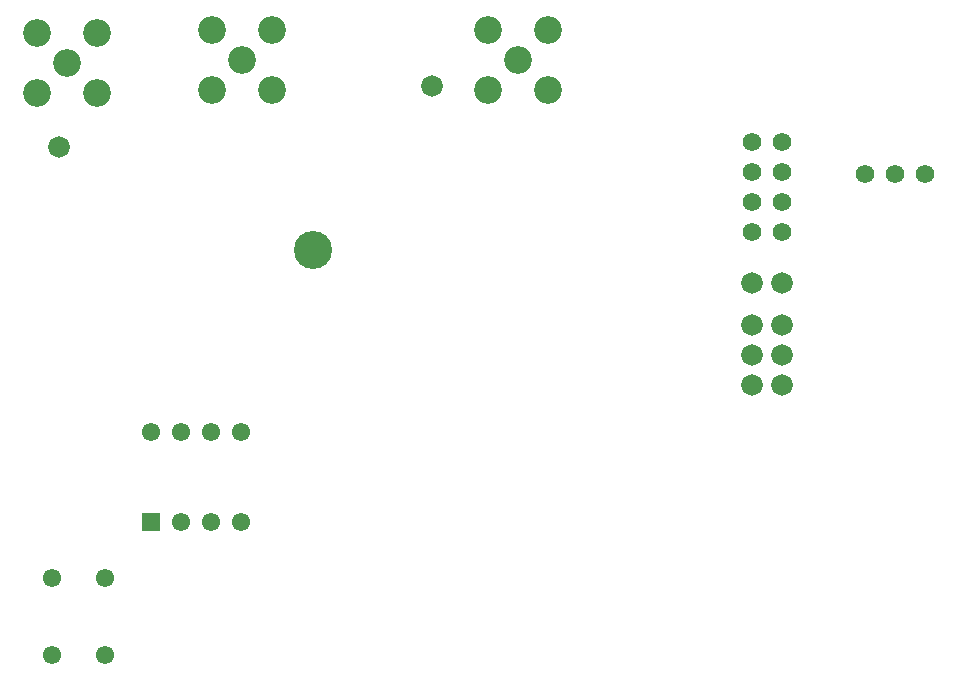
<source format=gbs>
%FSLAX23Y23*%
%MOIN*%
G70*
G01*
G75*
G04 Layer_Color=16711935*
%ADD10C,0.012*%
%ADD11C,0.011*%
%ADD12R,0.118X0.079*%
%ADD13R,0.079X0.039*%
%ADD14R,0.030X0.030*%
%ADD15R,0.030X0.030*%
%ADD16R,0.035X0.031*%
%ADD17R,0.031X0.031*%
%ADD18R,0.044X0.058*%
%ADD19R,0.079X0.047*%
%ADD20R,0.094X0.102*%
%ADD21R,0.012X0.053*%
%ADD22R,0.071X0.075*%
%ADD23R,0.091X0.075*%
%ADD24R,0.050X0.030*%
%ADD25R,0.030X0.050*%
%ADD26R,0.008X0.027*%
%ADD27R,0.015X0.061*%
%ADD28R,0.051X0.049*%
%ADD29R,0.020X0.020*%
%ADD30R,0.130X0.173*%
%ADD31R,0.154X0.244*%
%ADD32R,0.058X0.044*%
%ADD33R,0.012X0.020*%
%ADD34R,0.012X0.019*%
%ADD35R,0.020X0.020*%
%ADD36R,0.051X0.107*%
%ADD37R,0.011X0.031*%
%ADD38R,0.055X0.047*%
%ADD39O,0.087X0.024*%
%ADD40R,0.033X0.011*%
%ADD41R,0.065X0.094*%
%ADD42R,0.024X0.010*%
%ADD43R,0.010X0.024*%
%ADD44R,0.201X0.201*%
%ADD45R,0.039X0.028*%
%ADD46C,0.009*%
%ADD47C,0.039*%
%ADD48C,0.008*%
%ADD49C,0.015*%
%ADD50C,0.010*%
%ADD51C,0.020*%
%ADD52C,0.025*%
%ADD53C,0.005*%
%ADD54C,0.006*%
%ADD55C,0.060*%
%ADD56C,0.070*%
%ADD57C,0.125*%
%ADD58C,0.090*%
%ADD59C,0.059*%
%ADD60C,0.079*%
%ADD61R,0.059X0.059*%
%ADD62C,0.031*%
%ADD63C,0.016*%
%ADD64C,0.020*%
%ADD65C,0.006*%
%ADD66C,0.010*%
%ADD67C,0.008*%
%ADD68C,0.004*%
%ADD69C,0.016*%
%ADD70C,0.024*%
%ADD71C,0.016*%
%ADD72R,0.120X0.081*%
%ADD73R,0.081X0.041*%
%ADD74R,0.032X0.032*%
%ADD75R,0.032X0.032*%
%ADD76R,0.037X0.033*%
%ADD77R,0.033X0.033*%
%ADD78R,0.046X0.060*%
%ADD79R,0.081X0.049*%
%ADD80R,0.096X0.104*%
%ADD81R,0.014X0.055*%
%ADD82R,0.073X0.077*%
%ADD83R,0.093X0.077*%
%ADD84R,0.052X0.032*%
%ADD85R,0.032X0.052*%
%ADD86R,0.010X0.029*%
%ADD87R,0.017X0.063*%
%ADD88R,0.053X0.051*%
%ADD89R,0.022X0.022*%
%ADD90R,0.132X0.175*%
%ADD91R,0.156X0.246*%
%ADD92R,0.060X0.046*%
%ADD93R,0.016X0.024*%
%ADD94R,0.016X0.023*%
%ADD95R,0.022X0.022*%
%ADD96R,0.053X0.109*%
%ADD97R,0.013X0.033*%
%ADD98R,0.057X0.049*%
%ADD99O,0.089X0.026*%
%ADD100R,0.035X0.013*%
%ADD101R,0.067X0.096*%
%ADD102R,0.203X0.203*%
%ADD103R,0.041X0.030*%
%ADD104C,0.011*%
%ADD105C,0.118*%
%ADD106C,0.002*%
%ADD107C,0.062*%
%ADD108C,0.072*%
%ADD109C,0.127*%
%ADD110C,0.092*%
%ADD111C,0.061*%
%ADD112R,0.061X0.061*%
D106*
X2905Y1200D02*
D03*
X3065Y1360D02*
D03*
X2905Y975D02*
D03*
X3065Y1135D02*
D03*
X2905Y1405D02*
D03*
X3065Y1565D02*
D03*
D107*
X3025Y1705D02*
D03*
X2825D02*
D03*
X2925D02*
D03*
X2450Y1610D02*
D03*
Y1510D02*
D03*
Y1810D02*
D03*
Y1710D02*
D03*
X2550Y1610D02*
D03*
Y1510D02*
D03*
Y1810D02*
D03*
Y1710D02*
D03*
D108*
Y1340D02*
D03*
X2450D02*
D03*
Y1000D02*
D03*
X2550D02*
D03*
X2450Y1100D02*
D03*
X2550D02*
D03*
X2450Y1200D02*
D03*
X2550D02*
D03*
X140Y1795D02*
D03*
X1383Y1999D02*
D03*
D109*
X985Y1450D02*
D03*
D110*
X750Y2085D02*
D03*
X850Y2185D02*
D03*
X650D02*
D03*
Y1985D02*
D03*
X850D02*
D03*
X1670Y2085D02*
D03*
X1770Y2185D02*
D03*
X1570D02*
D03*
Y1985D02*
D03*
X1770D02*
D03*
X165Y2075D02*
D03*
X265Y2175D02*
D03*
X65D02*
D03*
Y1975D02*
D03*
X265D02*
D03*
D111*
X294Y102D02*
D03*
X116D02*
D03*
Y358D02*
D03*
X294D02*
D03*
X745Y845D02*
D03*
X645D02*
D03*
X545D02*
D03*
X745Y545D02*
D03*
X545D02*
D03*
X645D02*
D03*
X445Y845D02*
D03*
D112*
Y545D02*
D03*
M02*

</source>
